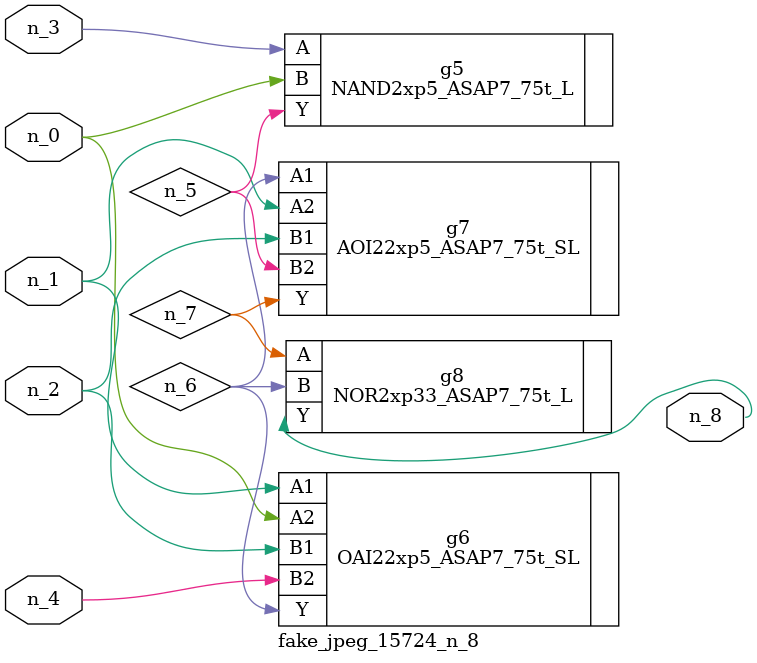
<source format=v>
module fake_jpeg_15724_n_8 (n_3, n_2, n_1, n_0, n_4, n_8);

input n_3;
input n_2;
input n_1;
input n_0;
input n_4;

output n_8;

wire n_6;
wire n_5;
wire n_7;

NAND2xp5_ASAP7_75t_L g5 ( 
.A(n_3),
.B(n_0),
.Y(n_5)
);

OAI22xp5_ASAP7_75t_SL g6 ( 
.A1(n_1),
.A2(n_0),
.B1(n_2),
.B2(n_4),
.Y(n_6)
);

AOI22xp5_ASAP7_75t_SL g7 ( 
.A1(n_6),
.A2(n_1),
.B1(n_2),
.B2(n_5),
.Y(n_7)
);

NOR2xp33_ASAP7_75t_L g8 ( 
.A(n_7),
.B(n_6),
.Y(n_8)
);


endmodule
</source>
